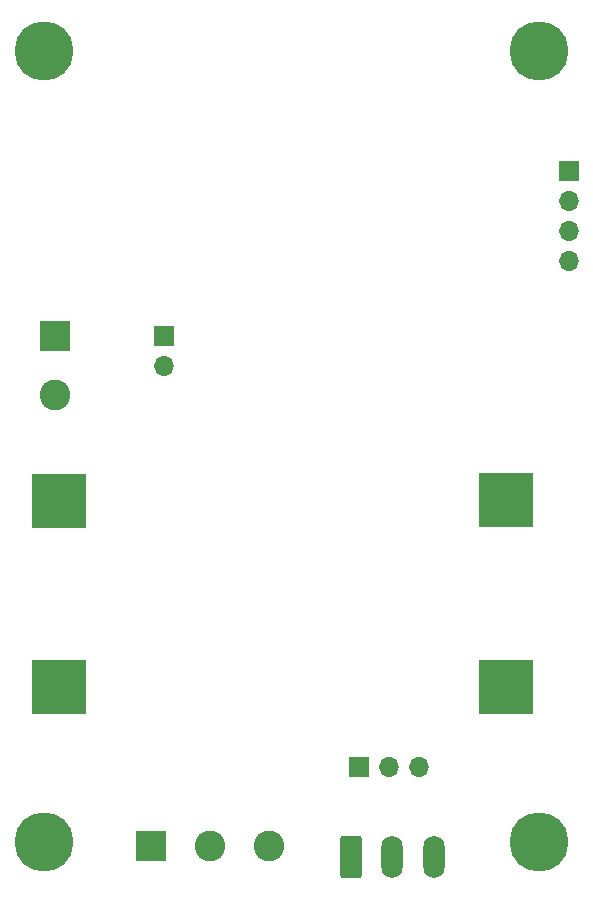
<source format=gbs>
%TF.GenerationSoftware,KiCad,Pcbnew,7.0.7*%
%TF.CreationDate,2023-11-08T05:52:15-07:00*%
%TF.ProjectId,RatGDO-OpenSource-Bare-ESP8266,52617447-444f-42d4-9f70-656e536f7572,rev?*%
%TF.SameCoordinates,Original*%
%TF.FileFunction,Soldermask,Bot*%
%TF.FilePolarity,Negative*%
%FSLAX46Y46*%
G04 Gerber Fmt 4.6, Leading zero omitted, Abs format (unit mm)*
G04 Created by KiCad (PCBNEW 7.0.7) date 2023-11-08 05:52:15*
%MOMM*%
%LPD*%
G01*
G04 APERTURE LIST*
G04 Aperture macros list*
%AMRoundRect*
0 Rectangle with rounded corners*
0 $1 Rounding radius*
0 $2 $3 $4 $5 $6 $7 $8 $9 X,Y pos of 4 corners*
0 Add a 4 corners polygon primitive as box body*
4,1,4,$2,$3,$4,$5,$6,$7,$8,$9,$2,$3,0*
0 Add four circle primitives for the rounded corners*
1,1,$1+$1,$2,$3*
1,1,$1+$1,$4,$5*
1,1,$1+$1,$6,$7*
1,1,$1+$1,$8,$9*
0 Add four rect primitives between the rounded corners*
20,1,$1+$1,$2,$3,$4,$5,0*
20,1,$1+$1,$4,$5,$6,$7,0*
20,1,$1+$1,$6,$7,$8,$9,0*
20,1,$1+$1,$8,$9,$2,$3,0*%
G04 Aperture macros list end*
%ADD10R,1.700000X1.700000*%
%ADD11O,1.700000X1.700000*%
%ADD12C,5.000000*%
%ADD13R,4.572000X4.572000*%
%ADD14RoundRect,0.250000X-0.650000X-1.550000X0.650000X-1.550000X0.650000X1.550000X-0.650000X1.550000X0*%
%ADD15O,1.800000X3.600000*%
%ADD16R,2.600000X2.600000*%
%ADD17C,2.600000*%
G04 APERTURE END LIST*
D10*
%TO.C,J6*%
X130810000Y-87630000D03*
D11*
X130810000Y-90170000D03*
%TD*%
D10*
%TO.C,J4*%
X165125000Y-73670000D03*
D11*
X165125000Y-76210000D03*
X165125000Y-78750000D03*
X165125000Y-81290000D03*
%TD*%
D12*
%TO.C,REF\u002A\u002A*%
X162560000Y-63500000D03*
%TD*%
%TO.C,REF\u002A\u002A*%
X162560000Y-130505000D03*
%TD*%
%TO.C,REF\u002A\u002A*%
X120650000Y-130505000D03*
%TD*%
%TO.C,REF\u002A\u002A*%
X120650000Y-63500000D03*
%TD*%
D13*
%TO.C,U2*%
X121920000Y-101600000D03*
X121920000Y-117348000D03*
X159802372Y-101531072D03*
X159802372Y-117369206D03*
%TD*%
D10*
%TO.C,J3*%
X147320000Y-124155000D03*
D11*
X149860000Y-124155000D03*
X152400000Y-124155000D03*
%TD*%
D14*
%TO.C,J2*%
X146670000Y-131775000D03*
D15*
X150170000Y-131775000D03*
X153670000Y-131775000D03*
%TD*%
D16*
%TO.C,J1*%
X129700000Y-130810000D03*
D17*
X134700000Y-130810000D03*
X139700000Y-130810000D03*
%TD*%
D16*
%TO.C,J5*%
X121615000Y-87670000D03*
D17*
X121615000Y-92670000D03*
%TD*%
M02*

</source>
